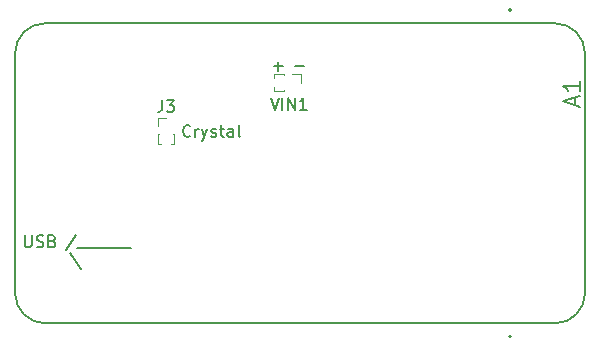
<source format=gbr>
%TF.GenerationSoftware,KiCad,Pcbnew,(7.0.0)*%
%TF.CreationDate,2023-08-26T23:12:35+05:30*%
%TF.ProjectId,sat-pcb,7361742d-7063-4622-9e6b-696361645f70,2.0.1*%
%TF.SameCoordinates,Original*%
%TF.FileFunction,Legend,Top*%
%TF.FilePolarity,Positive*%
%FSLAX46Y46*%
G04 Gerber Fmt 4.6, Leading zero omitted, Abs format (unit mm)*
G04 Created by KiCad (PCBNEW (7.0.0)) date 2023-08-26 23:12:35*
%MOMM*%
%LPD*%
G01*
G04 APERTURE LIST*
%ADD10C,0.150000*%
%ADD11C,0.127000*%
%ADD12C,0.200000*%
%ADD13C,0.120000*%
G04 APERTURE END LIST*
D10*
X135131023Y-90624142D02*
X135083404Y-90671761D01*
X135083404Y-90671761D02*
X134940547Y-90719380D01*
X134940547Y-90719380D02*
X134845309Y-90719380D01*
X134845309Y-90719380D02*
X134702452Y-90671761D01*
X134702452Y-90671761D02*
X134607214Y-90576523D01*
X134607214Y-90576523D02*
X134559595Y-90481285D01*
X134559595Y-90481285D02*
X134511976Y-90290809D01*
X134511976Y-90290809D02*
X134511976Y-90147952D01*
X134511976Y-90147952D02*
X134559595Y-89957476D01*
X134559595Y-89957476D02*
X134607214Y-89862238D01*
X134607214Y-89862238D02*
X134702452Y-89767000D01*
X134702452Y-89767000D02*
X134845309Y-89719380D01*
X134845309Y-89719380D02*
X134940547Y-89719380D01*
X134940547Y-89719380D02*
X135083404Y-89767000D01*
X135083404Y-89767000D02*
X135131023Y-89814619D01*
X135559595Y-90719380D02*
X135559595Y-90052714D01*
X135559595Y-90243190D02*
X135607214Y-90147952D01*
X135607214Y-90147952D02*
X135654833Y-90100333D01*
X135654833Y-90100333D02*
X135750071Y-90052714D01*
X135750071Y-90052714D02*
X135845309Y-90052714D01*
X136083405Y-90052714D02*
X136321500Y-90719380D01*
X136559595Y-90052714D02*
X136321500Y-90719380D01*
X136321500Y-90719380D02*
X136226262Y-90957476D01*
X136226262Y-90957476D02*
X136178643Y-91005095D01*
X136178643Y-91005095D02*
X136083405Y-91052714D01*
X136892929Y-90671761D02*
X136988167Y-90719380D01*
X136988167Y-90719380D02*
X137178643Y-90719380D01*
X137178643Y-90719380D02*
X137273881Y-90671761D01*
X137273881Y-90671761D02*
X137321500Y-90576523D01*
X137321500Y-90576523D02*
X137321500Y-90528904D01*
X137321500Y-90528904D02*
X137273881Y-90433666D01*
X137273881Y-90433666D02*
X137178643Y-90386047D01*
X137178643Y-90386047D02*
X137035786Y-90386047D01*
X137035786Y-90386047D02*
X136940548Y-90338428D01*
X136940548Y-90338428D02*
X136892929Y-90243190D01*
X136892929Y-90243190D02*
X136892929Y-90195571D01*
X136892929Y-90195571D02*
X136940548Y-90100333D01*
X136940548Y-90100333D02*
X137035786Y-90052714D01*
X137035786Y-90052714D02*
X137178643Y-90052714D01*
X137178643Y-90052714D02*
X137273881Y-90100333D01*
X137607215Y-90052714D02*
X137988167Y-90052714D01*
X137750072Y-89719380D02*
X137750072Y-90576523D01*
X137750072Y-90576523D02*
X137797691Y-90671761D01*
X137797691Y-90671761D02*
X137892929Y-90719380D01*
X137892929Y-90719380D02*
X137988167Y-90719380D01*
X138750072Y-90719380D02*
X138750072Y-90195571D01*
X138750072Y-90195571D02*
X138702453Y-90100333D01*
X138702453Y-90100333D02*
X138607215Y-90052714D01*
X138607215Y-90052714D02*
X138416739Y-90052714D01*
X138416739Y-90052714D02*
X138321501Y-90100333D01*
X138750072Y-90671761D02*
X138654834Y-90719380D01*
X138654834Y-90719380D02*
X138416739Y-90719380D01*
X138416739Y-90719380D02*
X138321501Y-90671761D01*
X138321501Y-90671761D02*
X138273882Y-90576523D01*
X138273882Y-90576523D02*
X138273882Y-90481285D01*
X138273882Y-90481285D02*
X138321501Y-90386047D01*
X138321501Y-90386047D02*
X138416739Y-90338428D01*
X138416739Y-90338428D02*
X138654834Y-90338428D01*
X138654834Y-90338428D02*
X138750072Y-90290809D01*
X139369120Y-90719380D02*
X139273882Y-90671761D01*
X139273882Y-90671761D02*
X139226263Y-90576523D01*
X139226263Y-90576523D02*
X139226263Y-89719380D01*
X142179595Y-84750428D02*
X142941500Y-84750428D01*
X142560547Y-85131380D02*
X142560547Y-84369476D01*
X144017690Y-84750428D02*
X144779595Y-84750428D01*
X121115595Y-99066380D02*
X121115595Y-99875904D01*
X121115595Y-99875904D02*
X121163214Y-99971142D01*
X121163214Y-99971142D02*
X121210833Y-100018761D01*
X121210833Y-100018761D02*
X121306071Y-100066380D01*
X121306071Y-100066380D02*
X121496547Y-100066380D01*
X121496547Y-100066380D02*
X121591785Y-100018761D01*
X121591785Y-100018761D02*
X121639404Y-99971142D01*
X121639404Y-99971142D02*
X121687023Y-99875904D01*
X121687023Y-99875904D02*
X121687023Y-99066380D01*
X122115595Y-100018761D02*
X122258452Y-100066380D01*
X122258452Y-100066380D02*
X122496547Y-100066380D01*
X122496547Y-100066380D02*
X122591785Y-100018761D01*
X122591785Y-100018761D02*
X122639404Y-99971142D01*
X122639404Y-99971142D02*
X122687023Y-99875904D01*
X122687023Y-99875904D02*
X122687023Y-99780666D01*
X122687023Y-99780666D02*
X122639404Y-99685428D01*
X122639404Y-99685428D02*
X122591785Y-99637809D01*
X122591785Y-99637809D02*
X122496547Y-99590190D01*
X122496547Y-99590190D02*
X122306071Y-99542571D01*
X122306071Y-99542571D02*
X122210833Y-99494952D01*
X122210833Y-99494952D02*
X122163214Y-99447333D01*
X122163214Y-99447333D02*
X122115595Y-99352095D01*
X122115595Y-99352095D02*
X122115595Y-99256857D01*
X122115595Y-99256857D02*
X122163214Y-99161619D01*
X122163214Y-99161619D02*
X122210833Y-99114000D01*
X122210833Y-99114000D02*
X122306071Y-99066380D01*
X122306071Y-99066380D02*
X122544166Y-99066380D01*
X122544166Y-99066380D02*
X122687023Y-99114000D01*
X123448928Y-99542571D02*
X123591785Y-99590190D01*
X123591785Y-99590190D02*
X123639404Y-99637809D01*
X123639404Y-99637809D02*
X123687023Y-99733047D01*
X123687023Y-99733047D02*
X123687023Y-99875904D01*
X123687023Y-99875904D02*
X123639404Y-99971142D01*
X123639404Y-99971142D02*
X123591785Y-100018761D01*
X123591785Y-100018761D02*
X123496547Y-100066380D01*
X123496547Y-100066380D02*
X123115595Y-100066380D01*
X123115595Y-100066380D02*
X123115595Y-99066380D01*
X123115595Y-99066380D02*
X123448928Y-99066380D01*
X123448928Y-99066380D02*
X123544166Y-99114000D01*
X123544166Y-99114000D02*
X123591785Y-99161619D01*
X123591785Y-99161619D02*
X123639404Y-99256857D01*
X123639404Y-99256857D02*
X123639404Y-99352095D01*
X123639404Y-99352095D02*
X123591785Y-99447333D01*
X123591785Y-99447333D02*
X123544166Y-99494952D01*
X123544166Y-99494952D02*
X123448928Y-99542571D01*
X123448928Y-99542571D02*
X123115595Y-99542571D01*
X125429880Y-99018761D02*
X124572738Y-100304476D01*
X125525119Y-100161619D02*
X126287023Y-100161619D01*
X126287024Y-100161619D02*
X127048928Y-100161619D01*
X127048929Y-100161619D02*
X127810833Y-100161619D01*
X127810834Y-100161619D02*
X128572738Y-100161619D01*
X128572739Y-100161619D02*
X129334643Y-100161619D01*
X129334644Y-100161619D02*
X130096548Y-100161619D01*
X124982261Y-100591142D02*
X125839404Y-101876857D01*
%TO.C,A1*%
X167716833Y-88028999D02*
X167716833Y-87362332D01*
X168116833Y-88162332D02*
X166716833Y-87695666D01*
X166716833Y-87695666D02*
X168116833Y-87228999D01*
X168116833Y-86028999D02*
X168116833Y-86828999D01*
X168116833Y-86428999D02*
X166716833Y-86428999D01*
X166716833Y-86428999D02*
X166916833Y-86562332D01*
X166916833Y-86562332D02*
X167050166Y-86695666D01*
X167050166Y-86695666D02*
X167116833Y-86828999D01*
%TO.C,VIN1*%
X141931072Y-87421380D02*
X142264405Y-88421380D01*
X142264405Y-88421380D02*
X142597738Y-87421380D01*
X142931072Y-88421380D02*
X142931072Y-87421380D01*
X143407262Y-88421380D02*
X143407262Y-87421380D01*
X143407262Y-87421380D02*
X143978690Y-88421380D01*
X143978690Y-88421380D02*
X143978690Y-87421380D01*
X144978690Y-88421380D02*
X144407262Y-88421380D01*
X144692976Y-88421380D02*
X144692976Y-87421380D01*
X144692976Y-87421380D02*
X144597738Y-87564238D01*
X144597738Y-87564238D02*
X144502500Y-87659476D01*
X144502500Y-87659476D02*
X144407262Y-87707095D01*
%TO.C,J3*%
X132744166Y-87611380D02*
X132744166Y-88325666D01*
X132744166Y-88325666D02*
X132696547Y-88468523D01*
X132696547Y-88468523D02*
X132601309Y-88563761D01*
X132601309Y-88563761D02*
X132458452Y-88611380D01*
X132458452Y-88611380D02*
X132363214Y-88611380D01*
X133125119Y-87611380D02*
X133744166Y-87611380D01*
X133744166Y-87611380D02*
X133410833Y-87992333D01*
X133410833Y-87992333D02*
X133553690Y-87992333D01*
X133553690Y-87992333D02*
X133648928Y-88039952D01*
X133648928Y-88039952D02*
X133696547Y-88087571D01*
X133696547Y-88087571D02*
X133744166Y-88182809D01*
X133744166Y-88182809D02*
X133744166Y-88420904D01*
X133744166Y-88420904D02*
X133696547Y-88516142D01*
X133696547Y-88516142D02*
X133648928Y-88563761D01*
X133648928Y-88563761D02*
X133553690Y-88611380D01*
X133553690Y-88611380D02*
X133267976Y-88611380D01*
X133267976Y-88611380D02*
X133172738Y-88563761D01*
X133172738Y-88563761D02*
X133125119Y-88516142D01*
D11*
%TO.C,A1*%
X122827500Y-81109000D02*
X166007500Y-81109000D01*
X168547500Y-83649000D02*
X168547500Y-103969000D01*
X120287500Y-103969000D02*
X120287500Y-83649000D01*
X166007500Y-106509000D02*
X122827500Y-106509000D01*
X168547500Y-83649000D02*
G75*
G03*
X166007500Y-81109000I-2540001J-1D01*
G01*
X122827500Y-81109000D02*
G75*
G03*
X120287500Y-83649000I1J-2540001D01*
G01*
X166007500Y-106509000D02*
G75*
G03*
X168547500Y-103969000I0J2540000D01*
G01*
X120287500Y-103969000D02*
G75*
G03*
X122827500Y-106509000I2540000J0D01*
G01*
D12*
X162297500Y-79999000D02*
G75*
G03*
X162297500Y-79999000I-100000J0D01*
G01*
X162297500Y-107619000D02*
G75*
G03*
X162297500Y-107619000I-100000J0D01*
G01*
D13*
%TO.C,VIN1*%
X144462500Y-85434000D02*
X144462500Y-86129000D01*
X143777500Y-85434000D02*
X144462500Y-85434000D01*
X143092500Y-85434000D02*
X142217500Y-85434000D01*
X143092500Y-85434000D02*
X143092500Y-85520724D01*
X142217500Y-85434000D02*
X142217500Y-85734507D01*
X142217500Y-86523493D02*
X142217500Y-86824000D01*
X143092500Y-86737276D02*
X143092500Y-86824000D01*
X143092500Y-86824000D02*
X142217500Y-86824000D01*
%TO.C,J3*%
X132382500Y-89119000D02*
X133077500Y-89119000D01*
X132382500Y-89804000D02*
X132382500Y-89119000D01*
X132382500Y-90489000D02*
X132382500Y-91364000D01*
X132382500Y-90489000D02*
X132469224Y-90489000D01*
X132382500Y-91364000D02*
X132683007Y-91364000D01*
X133471993Y-91364000D02*
X133772500Y-91364000D01*
X133685776Y-90489000D02*
X133772500Y-90489000D01*
X133772500Y-90489000D02*
X133772500Y-91364000D01*
%TD*%
M02*

</source>
